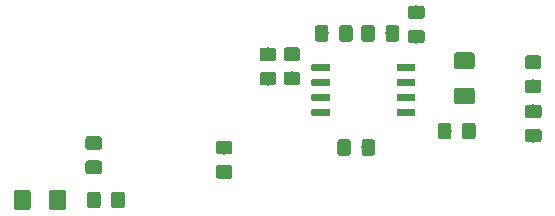
<source format=gbr>
G04 #@! TF.GenerationSoftware,KiCad,Pcbnew,(5.1.4)-1*
G04 #@! TF.CreationDate,2020-04-09T16:08:48+02:00*
G04 #@! TF.ProjectId,PIN_NiklasNachbau,50494e5f-4e69-46b6-9c61-734e61636862,rev?*
G04 #@! TF.SameCoordinates,Original*
G04 #@! TF.FileFunction,Paste,Top*
G04 #@! TF.FilePolarity,Positive*
%FSLAX46Y46*%
G04 Gerber Fmt 4.6, Leading zero omitted, Abs format (unit mm)*
G04 Created by KiCad (PCBNEW (5.1.4)-1) date 2020-04-09 16:08:48*
%MOMM*%
%LPD*%
G04 APERTURE LIST*
%ADD10C,0.100000*%
%ADD11C,0.600000*%
%ADD12C,1.150000*%
%ADD13C,1.425000*%
G04 APERTURE END LIST*
D10*
G36*
X138195704Y-67923723D02*
G01*
X138210265Y-67925883D01*
X138224544Y-67929460D01*
X138238404Y-67934419D01*
X138251711Y-67940713D01*
X138264337Y-67948281D01*
X138276160Y-67957049D01*
X138287067Y-67966935D01*
X138296953Y-67977842D01*
X138305721Y-67989665D01*
X138313289Y-68002291D01*
X138319583Y-68015598D01*
X138324542Y-68029458D01*
X138328119Y-68043737D01*
X138330279Y-68058298D01*
X138331001Y-68073001D01*
X138331001Y-68373001D01*
X138330279Y-68387704D01*
X138328119Y-68402265D01*
X138324542Y-68416544D01*
X138319583Y-68430404D01*
X138313289Y-68443711D01*
X138305721Y-68456337D01*
X138296953Y-68468160D01*
X138287067Y-68479067D01*
X138276160Y-68488953D01*
X138264337Y-68497721D01*
X138251711Y-68505289D01*
X138238404Y-68511583D01*
X138224544Y-68516542D01*
X138210265Y-68520119D01*
X138195704Y-68522279D01*
X138181001Y-68523001D01*
X136881001Y-68523001D01*
X136866298Y-68522279D01*
X136851737Y-68520119D01*
X136837458Y-68516542D01*
X136823598Y-68511583D01*
X136810291Y-68505289D01*
X136797665Y-68497721D01*
X136785842Y-68488953D01*
X136774935Y-68479067D01*
X136765049Y-68468160D01*
X136756281Y-68456337D01*
X136748713Y-68443711D01*
X136742419Y-68430404D01*
X136737460Y-68416544D01*
X136733883Y-68402265D01*
X136731723Y-68387704D01*
X136731001Y-68373001D01*
X136731001Y-68073001D01*
X136731723Y-68058298D01*
X136733883Y-68043737D01*
X136737460Y-68029458D01*
X136742419Y-68015598D01*
X136748713Y-68002291D01*
X136756281Y-67989665D01*
X136765049Y-67977842D01*
X136774935Y-67966935D01*
X136785842Y-67957049D01*
X136797665Y-67948281D01*
X136810291Y-67940713D01*
X136823598Y-67934419D01*
X136837458Y-67929460D01*
X136851737Y-67925883D01*
X136866298Y-67923723D01*
X136881001Y-67923001D01*
X138181001Y-67923001D01*
X138195704Y-67923723D01*
X138195704Y-67923723D01*
G37*
D11*
X137531001Y-68223001D03*
D10*
G36*
X138195704Y-69193723D02*
G01*
X138210265Y-69195883D01*
X138224544Y-69199460D01*
X138238404Y-69204419D01*
X138251711Y-69210713D01*
X138264337Y-69218281D01*
X138276160Y-69227049D01*
X138287067Y-69236935D01*
X138296953Y-69247842D01*
X138305721Y-69259665D01*
X138313289Y-69272291D01*
X138319583Y-69285598D01*
X138324542Y-69299458D01*
X138328119Y-69313737D01*
X138330279Y-69328298D01*
X138331001Y-69343001D01*
X138331001Y-69643001D01*
X138330279Y-69657704D01*
X138328119Y-69672265D01*
X138324542Y-69686544D01*
X138319583Y-69700404D01*
X138313289Y-69713711D01*
X138305721Y-69726337D01*
X138296953Y-69738160D01*
X138287067Y-69749067D01*
X138276160Y-69758953D01*
X138264337Y-69767721D01*
X138251711Y-69775289D01*
X138238404Y-69781583D01*
X138224544Y-69786542D01*
X138210265Y-69790119D01*
X138195704Y-69792279D01*
X138181001Y-69793001D01*
X136881001Y-69793001D01*
X136866298Y-69792279D01*
X136851737Y-69790119D01*
X136837458Y-69786542D01*
X136823598Y-69781583D01*
X136810291Y-69775289D01*
X136797665Y-69767721D01*
X136785842Y-69758953D01*
X136774935Y-69749067D01*
X136765049Y-69738160D01*
X136756281Y-69726337D01*
X136748713Y-69713711D01*
X136742419Y-69700404D01*
X136737460Y-69686544D01*
X136733883Y-69672265D01*
X136731723Y-69657704D01*
X136731001Y-69643001D01*
X136731001Y-69343001D01*
X136731723Y-69328298D01*
X136733883Y-69313737D01*
X136737460Y-69299458D01*
X136742419Y-69285598D01*
X136748713Y-69272291D01*
X136756281Y-69259665D01*
X136765049Y-69247842D01*
X136774935Y-69236935D01*
X136785842Y-69227049D01*
X136797665Y-69218281D01*
X136810291Y-69210713D01*
X136823598Y-69204419D01*
X136837458Y-69199460D01*
X136851737Y-69195883D01*
X136866298Y-69193723D01*
X136881001Y-69193001D01*
X138181001Y-69193001D01*
X138195704Y-69193723D01*
X138195704Y-69193723D01*
G37*
D11*
X137531001Y-69493001D03*
D10*
G36*
X138195704Y-70463723D02*
G01*
X138210265Y-70465883D01*
X138224544Y-70469460D01*
X138238404Y-70474419D01*
X138251711Y-70480713D01*
X138264337Y-70488281D01*
X138276160Y-70497049D01*
X138287067Y-70506935D01*
X138296953Y-70517842D01*
X138305721Y-70529665D01*
X138313289Y-70542291D01*
X138319583Y-70555598D01*
X138324542Y-70569458D01*
X138328119Y-70583737D01*
X138330279Y-70598298D01*
X138331001Y-70613001D01*
X138331001Y-70913001D01*
X138330279Y-70927704D01*
X138328119Y-70942265D01*
X138324542Y-70956544D01*
X138319583Y-70970404D01*
X138313289Y-70983711D01*
X138305721Y-70996337D01*
X138296953Y-71008160D01*
X138287067Y-71019067D01*
X138276160Y-71028953D01*
X138264337Y-71037721D01*
X138251711Y-71045289D01*
X138238404Y-71051583D01*
X138224544Y-71056542D01*
X138210265Y-71060119D01*
X138195704Y-71062279D01*
X138181001Y-71063001D01*
X136881001Y-71063001D01*
X136866298Y-71062279D01*
X136851737Y-71060119D01*
X136837458Y-71056542D01*
X136823598Y-71051583D01*
X136810291Y-71045289D01*
X136797665Y-71037721D01*
X136785842Y-71028953D01*
X136774935Y-71019067D01*
X136765049Y-71008160D01*
X136756281Y-70996337D01*
X136748713Y-70983711D01*
X136742419Y-70970404D01*
X136737460Y-70956544D01*
X136733883Y-70942265D01*
X136731723Y-70927704D01*
X136731001Y-70913001D01*
X136731001Y-70613001D01*
X136731723Y-70598298D01*
X136733883Y-70583737D01*
X136737460Y-70569458D01*
X136742419Y-70555598D01*
X136748713Y-70542291D01*
X136756281Y-70529665D01*
X136765049Y-70517842D01*
X136774935Y-70506935D01*
X136785842Y-70497049D01*
X136797665Y-70488281D01*
X136810291Y-70480713D01*
X136823598Y-70474419D01*
X136837458Y-70469460D01*
X136851737Y-70465883D01*
X136866298Y-70463723D01*
X136881001Y-70463001D01*
X138181001Y-70463001D01*
X138195704Y-70463723D01*
X138195704Y-70463723D01*
G37*
D11*
X137531001Y-70763001D03*
D10*
G36*
X138195704Y-71733723D02*
G01*
X138210265Y-71735883D01*
X138224544Y-71739460D01*
X138238404Y-71744419D01*
X138251711Y-71750713D01*
X138264337Y-71758281D01*
X138276160Y-71767049D01*
X138287067Y-71776935D01*
X138296953Y-71787842D01*
X138305721Y-71799665D01*
X138313289Y-71812291D01*
X138319583Y-71825598D01*
X138324542Y-71839458D01*
X138328119Y-71853737D01*
X138330279Y-71868298D01*
X138331001Y-71883001D01*
X138331001Y-72183001D01*
X138330279Y-72197704D01*
X138328119Y-72212265D01*
X138324542Y-72226544D01*
X138319583Y-72240404D01*
X138313289Y-72253711D01*
X138305721Y-72266337D01*
X138296953Y-72278160D01*
X138287067Y-72289067D01*
X138276160Y-72298953D01*
X138264337Y-72307721D01*
X138251711Y-72315289D01*
X138238404Y-72321583D01*
X138224544Y-72326542D01*
X138210265Y-72330119D01*
X138195704Y-72332279D01*
X138181001Y-72333001D01*
X136881001Y-72333001D01*
X136866298Y-72332279D01*
X136851737Y-72330119D01*
X136837458Y-72326542D01*
X136823598Y-72321583D01*
X136810291Y-72315289D01*
X136797665Y-72307721D01*
X136785842Y-72298953D01*
X136774935Y-72289067D01*
X136765049Y-72278160D01*
X136756281Y-72266337D01*
X136748713Y-72253711D01*
X136742419Y-72240404D01*
X136737460Y-72226544D01*
X136733883Y-72212265D01*
X136731723Y-72197704D01*
X136731001Y-72183001D01*
X136731001Y-71883001D01*
X136731723Y-71868298D01*
X136733883Y-71853737D01*
X136737460Y-71839458D01*
X136742419Y-71825598D01*
X136748713Y-71812291D01*
X136756281Y-71799665D01*
X136765049Y-71787842D01*
X136774935Y-71776935D01*
X136785842Y-71767049D01*
X136797665Y-71758281D01*
X136810291Y-71750713D01*
X136823598Y-71744419D01*
X136837458Y-71739460D01*
X136851737Y-71735883D01*
X136866298Y-71733723D01*
X136881001Y-71733001D01*
X138181001Y-71733001D01*
X138195704Y-71733723D01*
X138195704Y-71733723D01*
G37*
D11*
X137531001Y-72033001D03*
D10*
G36*
X130995704Y-71733723D02*
G01*
X131010265Y-71735883D01*
X131024544Y-71739460D01*
X131038404Y-71744419D01*
X131051711Y-71750713D01*
X131064337Y-71758281D01*
X131076160Y-71767049D01*
X131087067Y-71776935D01*
X131096953Y-71787842D01*
X131105721Y-71799665D01*
X131113289Y-71812291D01*
X131119583Y-71825598D01*
X131124542Y-71839458D01*
X131128119Y-71853737D01*
X131130279Y-71868298D01*
X131131001Y-71883001D01*
X131131001Y-72183001D01*
X131130279Y-72197704D01*
X131128119Y-72212265D01*
X131124542Y-72226544D01*
X131119583Y-72240404D01*
X131113289Y-72253711D01*
X131105721Y-72266337D01*
X131096953Y-72278160D01*
X131087067Y-72289067D01*
X131076160Y-72298953D01*
X131064337Y-72307721D01*
X131051711Y-72315289D01*
X131038404Y-72321583D01*
X131024544Y-72326542D01*
X131010265Y-72330119D01*
X130995704Y-72332279D01*
X130981001Y-72333001D01*
X129681001Y-72333001D01*
X129666298Y-72332279D01*
X129651737Y-72330119D01*
X129637458Y-72326542D01*
X129623598Y-72321583D01*
X129610291Y-72315289D01*
X129597665Y-72307721D01*
X129585842Y-72298953D01*
X129574935Y-72289067D01*
X129565049Y-72278160D01*
X129556281Y-72266337D01*
X129548713Y-72253711D01*
X129542419Y-72240404D01*
X129537460Y-72226544D01*
X129533883Y-72212265D01*
X129531723Y-72197704D01*
X129531001Y-72183001D01*
X129531001Y-71883001D01*
X129531723Y-71868298D01*
X129533883Y-71853737D01*
X129537460Y-71839458D01*
X129542419Y-71825598D01*
X129548713Y-71812291D01*
X129556281Y-71799665D01*
X129565049Y-71787842D01*
X129574935Y-71776935D01*
X129585842Y-71767049D01*
X129597665Y-71758281D01*
X129610291Y-71750713D01*
X129623598Y-71744419D01*
X129637458Y-71739460D01*
X129651737Y-71735883D01*
X129666298Y-71733723D01*
X129681001Y-71733001D01*
X130981001Y-71733001D01*
X130995704Y-71733723D01*
X130995704Y-71733723D01*
G37*
D11*
X130331001Y-72033001D03*
D10*
G36*
X130995704Y-70463723D02*
G01*
X131010265Y-70465883D01*
X131024544Y-70469460D01*
X131038404Y-70474419D01*
X131051711Y-70480713D01*
X131064337Y-70488281D01*
X131076160Y-70497049D01*
X131087067Y-70506935D01*
X131096953Y-70517842D01*
X131105721Y-70529665D01*
X131113289Y-70542291D01*
X131119583Y-70555598D01*
X131124542Y-70569458D01*
X131128119Y-70583737D01*
X131130279Y-70598298D01*
X131131001Y-70613001D01*
X131131001Y-70913001D01*
X131130279Y-70927704D01*
X131128119Y-70942265D01*
X131124542Y-70956544D01*
X131119583Y-70970404D01*
X131113289Y-70983711D01*
X131105721Y-70996337D01*
X131096953Y-71008160D01*
X131087067Y-71019067D01*
X131076160Y-71028953D01*
X131064337Y-71037721D01*
X131051711Y-71045289D01*
X131038404Y-71051583D01*
X131024544Y-71056542D01*
X131010265Y-71060119D01*
X130995704Y-71062279D01*
X130981001Y-71063001D01*
X129681001Y-71063001D01*
X129666298Y-71062279D01*
X129651737Y-71060119D01*
X129637458Y-71056542D01*
X129623598Y-71051583D01*
X129610291Y-71045289D01*
X129597665Y-71037721D01*
X129585842Y-71028953D01*
X129574935Y-71019067D01*
X129565049Y-71008160D01*
X129556281Y-70996337D01*
X129548713Y-70983711D01*
X129542419Y-70970404D01*
X129537460Y-70956544D01*
X129533883Y-70942265D01*
X129531723Y-70927704D01*
X129531001Y-70913001D01*
X129531001Y-70613001D01*
X129531723Y-70598298D01*
X129533883Y-70583737D01*
X129537460Y-70569458D01*
X129542419Y-70555598D01*
X129548713Y-70542291D01*
X129556281Y-70529665D01*
X129565049Y-70517842D01*
X129574935Y-70506935D01*
X129585842Y-70497049D01*
X129597665Y-70488281D01*
X129610291Y-70480713D01*
X129623598Y-70474419D01*
X129637458Y-70469460D01*
X129651737Y-70465883D01*
X129666298Y-70463723D01*
X129681001Y-70463001D01*
X130981001Y-70463001D01*
X130995704Y-70463723D01*
X130995704Y-70463723D01*
G37*
D11*
X130331001Y-70763001D03*
D10*
G36*
X130995704Y-69193723D02*
G01*
X131010265Y-69195883D01*
X131024544Y-69199460D01*
X131038404Y-69204419D01*
X131051711Y-69210713D01*
X131064337Y-69218281D01*
X131076160Y-69227049D01*
X131087067Y-69236935D01*
X131096953Y-69247842D01*
X131105721Y-69259665D01*
X131113289Y-69272291D01*
X131119583Y-69285598D01*
X131124542Y-69299458D01*
X131128119Y-69313737D01*
X131130279Y-69328298D01*
X131131001Y-69343001D01*
X131131001Y-69643001D01*
X131130279Y-69657704D01*
X131128119Y-69672265D01*
X131124542Y-69686544D01*
X131119583Y-69700404D01*
X131113289Y-69713711D01*
X131105721Y-69726337D01*
X131096953Y-69738160D01*
X131087067Y-69749067D01*
X131076160Y-69758953D01*
X131064337Y-69767721D01*
X131051711Y-69775289D01*
X131038404Y-69781583D01*
X131024544Y-69786542D01*
X131010265Y-69790119D01*
X130995704Y-69792279D01*
X130981001Y-69793001D01*
X129681001Y-69793001D01*
X129666298Y-69792279D01*
X129651737Y-69790119D01*
X129637458Y-69786542D01*
X129623598Y-69781583D01*
X129610291Y-69775289D01*
X129597665Y-69767721D01*
X129585842Y-69758953D01*
X129574935Y-69749067D01*
X129565049Y-69738160D01*
X129556281Y-69726337D01*
X129548713Y-69713711D01*
X129542419Y-69700404D01*
X129537460Y-69686544D01*
X129533883Y-69672265D01*
X129531723Y-69657704D01*
X129531001Y-69643001D01*
X129531001Y-69343001D01*
X129531723Y-69328298D01*
X129533883Y-69313737D01*
X129537460Y-69299458D01*
X129542419Y-69285598D01*
X129548713Y-69272291D01*
X129556281Y-69259665D01*
X129565049Y-69247842D01*
X129574935Y-69236935D01*
X129585842Y-69227049D01*
X129597665Y-69218281D01*
X129610291Y-69210713D01*
X129623598Y-69204419D01*
X129637458Y-69199460D01*
X129651737Y-69195883D01*
X129666298Y-69193723D01*
X129681001Y-69193001D01*
X130981001Y-69193001D01*
X130995704Y-69193723D01*
X130995704Y-69193723D01*
G37*
D11*
X130331001Y-69493001D03*
D10*
G36*
X130995704Y-67923723D02*
G01*
X131010265Y-67925883D01*
X131024544Y-67929460D01*
X131038404Y-67934419D01*
X131051711Y-67940713D01*
X131064337Y-67948281D01*
X131076160Y-67957049D01*
X131087067Y-67966935D01*
X131096953Y-67977842D01*
X131105721Y-67989665D01*
X131113289Y-68002291D01*
X131119583Y-68015598D01*
X131124542Y-68029458D01*
X131128119Y-68043737D01*
X131130279Y-68058298D01*
X131131001Y-68073001D01*
X131131001Y-68373001D01*
X131130279Y-68387704D01*
X131128119Y-68402265D01*
X131124542Y-68416544D01*
X131119583Y-68430404D01*
X131113289Y-68443711D01*
X131105721Y-68456337D01*
X131096953Y-68468160D01*
X131087067Y-68479067D01*
X131076160Y-68488953D01*
X131064337Y-68497721D01*
X131051711Y-68505289D01*
X131038404Y-68511583D01*
X131024544Y-68516542D01*
X131010265Y-68520119D01*
X130995704Y-68522279D01*
X130981001Y-68523001D01*
X129681001Y-68523001D01*
X129666298Y-68522279D01*
X129651737Y-68520119D01*
X129637458Y-68516542D01*
X129623598Y-68511583D01*
X129610291Y-68505289D01*
X129597665Y-68497721D01*
X129585842Y-68488953D01*
X129574935Y-68479067D01*
X129565049Y-68468160D01*
X129556281Y-68456337D01*
X129548713Y-68443711D01*
X129542419Y-68430404D01*
X129537460Y-68416544D01*
X129533883Y-68402265D01*
X129531723Y-68387704D01*
X129531001Y-68373001D01*
X129531001Y-68073001D01*
X129531723Y-68058298D01*
X129533883Y-68043737D01*
X129537460Y-68029458D01*
X129542419Y-68015598D01*
X129548713Y-68002291D01*
X129556281Y-67989665D01*
X129565049Y-67977842D01*
X129574935Y-67966935D01*
X129585842Y-67957049D01*
X129597665Y-67948281D01*
X129610291Y-67940713D01*
X129623598Y-67934419D01*
X129637458Y-67929460D01*
X129651737Y-67925883D01*
X129666298Y-67923723D01*
X129681001Y-67923001D01*
X130981001Y-67923001D01*
X130995704Y-67923723D01*
X130995704Y-67923723D01*
G37*
D11*
X130331001Y-68223001D03*
D10*
G36*
X148787505Y-73424204D02*
G01*
X148811773Y-73427804D01*
X148835572Y-73433765D01*
X148858671Y-73442030D01*
X148880850Y-73452520D01*
X148901893Y-73465132D01*
X148921599Y-73479747D01*
X148939777Y-73496223D01*
X148956253Y-73514401D01*
X148970868Y-73534107D01*
X148983480Y-73555150D01*
X148993970Y-73577329D01*
X149002235Y-73600428D01*
X149008196Y-73624227D01*
X149011796Y-73648495D01*
X149013000Y-73672999D01*
X149013000Y-74323001D01*
X149011796Y-74347505D01*
X149008196Y-74371773D01*
X149002235Y-74395572D01*
X148993970Y-74418671D01*
X148983480Y-74440850D01*
X148970868Y-74461893D01*
X148956253Y-74481599D01*
X148939777Y-74499777D01*
X148921599Y-74516253D01*
X148901893Y-74530868D01*
X148880850Y-74543480D01*
X148858671Y-74553970D01*
X148835572Y-74562235D01*
X148811773Y-74568196D01*
X148787505Y-74571796D01*
X148763001Y-74573000D01*
X147862999Y-74573000D01*
X147838495Y-74571796D01*
X147814227Y-74568196D01*
X147790428Y-74562235D01*
X147767329Y-74553970D01*
X147745150Y-74543480D01*
X147724107Y-74530868D01*
X147704401Y-74516253D01*
X147686223Y-74499777D01*
X147669747Y-74481599D01*
X147655132Y-74461893D01*
X147642520Y-74440850D01*
X147632030Y-74418671D01*
X147623765Y-74395572D01*
X147617804Y-74371773D01*
X147614204Y-74347505D01*
X147613000Y-74323001D01*
X147613000Y-73672999D01*
X147614204Y-73648495D01*
X147617804Y-73624227D01*
X147623765Y-73600428D01*
X147632030Y-73577329D01*
X147642520Y-73555150D01*
X147655132Y-73534107D01*
X147669747Y-73514401D01*
X147686223Y-73496223D01*
X147704401Y-73479747D01*
X147724107Y-73465132D01*
X147745150Y-73452520D01*
X147767329Y-73442030D01*
X147790428Y-73433765D01*
X147814227Y-73427804D01*
X147838495Y-73424204D01*
X147862999Y-73423000D01*
X148763001Y-73423000D01*
X148787505Y-73424204D01*
X148787505Y-73424204D01*
G37*
D12*
X148313000Y-73998000D03*
D10*
G36*
X148787505Y-71374204D02*
G01*
X148811773Y-71377804D01*
X148835572Y-71383765D01*
X148858671Y-71392030D01*
X148880850Y-71402520D01*
X148901893Y-71415132D01*
X148921599Y-71429747D01*
X148939777Y-71446223D01*
X148956253Y-71464401D01*
X148970868Y-71484107D01*
X148983480Y-71505150D01*
X148993970Y-71527329D01*
X149002235Y-71550428D01*
X149008196Y-71574227D01*
X149011796Y-71598495D01*
X149013000Y-71622999D01*
X149013000Y-72273001D01*
X149011796Y-72297505D01*
X149008196Y-72321773D01*
X149002235Y-72345572D01*
X148993970Y-72368671D01*
X148983480Y-72390850D01*
X148970868Y-72411893D01*
X148956253Y-72431599D01*
X148939777Y-72449777D01*
X148921599Y-72466253D01*
X148901893Y-72480868D01*
X148880850Y-72493480D01*
X148858671Y-72503970D01*
X148835572Y-72512235D01*
X148811773Y-72518196D01*
X148787505Y-72521796D01*
X148763001Y-72523000D01*
X147862999Y-72523000D01*
X147838495Y-72521796D01*
X147814227Y-72518196D01*
X147790428Y-72512235D01*
X147767329Y-72503970D01*
X147745150Y-72493480D01*
X147724107Y-72480868D01*
X147704401Y-72466253D01*
X147686223Y-72449777D01*
X147669747Y-72431599D01*
X147655132Y-72411893D01*
X147642520Y-72390850D01*
X147632030Y-72368671D01*
X147623765Y-72345572D01*
X147617804Y-72321773D01*
X147614204Y-72297505D01*
X147613000Y-72273001D01*
X147613000Y-71622999D01*
X147614204Y-71598495D01*
X147617804Y-71574227D01*
X147623765Y-71550428D01*
X147632030Y-71527329D01*
X147642520Y-71505150D01*
X147655132Y-71484107D01*
X147669747Y-71464401D01*
X147686223Y-71446223D01*
X147704401Y-71429747D01*
X147724107Y-71415132D01*
X147745150Y-71402520D01*
X147767329Y-71392030D01*
X147790428Y-71383765D01*
X147814227Y-71377804D01*
X147838495Y-71374204D01*
X147862999Y-71373000D01*
X148763001Y-71373000D01*
X148787505Y-71374204D01*
X148787505Y-71374204D01*
G37*
D12*
X148313000Y-71948000D03*
D10*
G36*
X148777505Y-69252204D02*
G01*
X148801773Y-69255804D01*
X148825572Y-69261765D01*
X148848671Y-69270030D01*
X148870850Y-69280520D01*
X148891893Y-69293132D01*
X148911599Y-69307747D01*
X148929777Y-69324223D01*
X148946253Y-69342401D01*
X148960868Y-69362107D01*
X148973480Y-69383150D01*
X148983970Y-69405329D01*
X148992235Y-69428428D01*
X148998196Y-69452227D01*
X149001796Y-69476495D01*
X149003000Y-69500999D01*
X149003000Y-70151001D01*
X149001796Y-70175505D01*
X148998196Y-70199773D01*
X148992235Y-70223572D01*
X148983970Y-70246671D01*
X148973480Y-70268850D01*
X148960868Y-70289893D01*
X148946253Y-70309599D01*
X148929777Y-70327777D01*
X148911599Y-70344253D01*
X148891893Y-70358868D01*
X148870850Y-70371480D01*
X148848671Y-70381970D01*
X148825572Y-70390235D01*
X148801773Y-70396196D01*
X148777505Y-70399796D01*
X148753001Y-70401000D01*
X147852999Y-70401000D01*
X147828495Y-70399796D01*
X147804227Y-70396196D01*
X147780428Y-70390235D01*
X147757329Y-70381970D01*
X147735150Y-70371480D01*
X147714107Y-70358868D01*
X147694401Y-70344253D01*
X147676223Y-70327777D01*
X147659747Y-70309599D01*
X147645132Y-70289893D01*
X147632520Y-70268850D01*
X147622030Y-70246671D01*
X147613765Y-70223572D01*
X147607804Y-70199773D01*
X147604204Y-70175505D01*
X147603000Y-70151001D01*
X147603000Y-69500999D01*
X147604204Y-69476495D01*
X147607804Y-69452227D01*
X147613765Y-69428428D01*
X147622030Y-69405329D01*
X147632520Y-69383150D01*
X147645132Y-69362107D01*
X147659747Y-69342401D01*
X147676223Y-69324223D01*
X147694401Y-69307747D01*
X147714107Y-69293132D01*
X147735150Y-69280520D01*
X147757329Y-69270030D01*
X147780428Y-69261765D01*
X147804227Y-69255804D01*
X147828495Y-69252204D01*
X147852999Y-69251000D01*
X148753001Y-69251000D01*
X148777505Y-69252204D01*
X148777505Y-69252204D01*
G37*
D12*
X148303000Y-69826000D03*
D10*
G36*
X148777505Y-67202204D02*
G01*
X148801773Y-67205804D01*
X148825572Y-67211765D01*
X148848671Y-67220030D01*
X148870850Y-67230520D01*
X148891893Y-67243132D01*
X148911599Y-67257747D01*
X148929777Y-67274223D01*
X148946253Y-67292401D01*
X148960868Y-67312107D01*
X148973480Y-67333150D01*
X148983970Y-67355329D01*
X148992235Y-67378428D01*
X148998196Y-67402227D01*
X149001796Y-67426495D01*
X149003000Y-67450999D01*
X149003000Y-68101001D01*
X149001796Y-68125505D01*
X148998196Y-68149773D01*
X148992235Y-68173572D01*
X148983970Y-68196671D01*
X148973480Y-68218850D01*
X148960868Y-68239893D01*
X148946253Y-68259599D01*
X148929777Y-68277777D01*
X148911599Y-68294253D01*
X148891893Y-68308868D01*
X148870850Y-68321480D01*
X148848671Y-68331970D01*
X148825572Y-68340235D01*
X148801773Y-68346196D01*
X148777505Y-68349796D01*
X148753001Y-68351000D01*
X147852999Y-68351000D01*
X147828495Y-68349796D01*
X147804227Y-68346196D01*
X147780428Y-68340235D01*
X147757329Y-68331970D01*
X147735150Y-68321480D01*
X147714107Y-68308868D01*
X147694401Y-68294253D01*
X147676223Y-68277777D01*
X147659747Y-68259599D01*
X147645132Y-68239893D01*
X147632520Y-68218850D01*
X147622030Y-68196671D01*
X147613765Y-68173572D01*
X147607804Y-68149773D01*
X147604204Y-68125505D01*
X147603000Y-68101001D01*
X147603000Y-67450999D01*
X147604204Y-67426495D01*
X147607804Y-67402227D01*
X147613765Y-67378428D01*
X147622030Y-67355329D01*
X147632520Y-67333150D01*
X147645132Y-67312107D01*
X147659747Y-67292401D01*
X147676223Y-67274223D01*
X147694401Y-67257747D01*
X147714107Y-67243132D01*
X147735150Y-67230520D01*
X147757329Y-67220030D01*
X147780428Y-67211765D01*
X147804227Y-67205804D01*
X147828495Y-67202204D01*
X147852999Y-67201000D01*
X148753001Y-67201000D01*
X148777505Y-67202204D01*
X148777505Y-67202204D01*
G37*
D12*
X148303000Y-67776000D03*
D10*
G36*
X143120504Y-66955204D02*
G01*
X143144773Y-66958804D01*
X143168571Y-66964765D01*
X143191671Y-66973030D01*
X143213849Y-66983520D01*
X143234893Y-66996133D01*
X143254598Y-67010747D01*
X143272777Y-67027223D01*
X143289253Y-67045402D01*
X143303867Y-67065107D01*
X143316480Y-67086151D01*
X143326970Y-67108329D01*
X143335235Y-67131429D01*
X143341196Y-67155227D01*
X143344796Y-67179496D01*
X143346000Y-67204000D01*
X143346000Y-68129000D01*
X143344796Y-68153504D01*
X143341196Y-68177773D01*
X143335235Y-68201571D01*
X143326970Y-68224671D01*
X143316480Y-68246849D01*
X143303867Y-68267893D01*
X143289253Y-68287598D01*
X143272777Y-68305777D01*
X143254598Y-68322253D01*
X143234893Y-68336867D01*
X143213849Y-68349480D01*
X143191671Y-68359970D01*
X143168571Y-68368235D01*
X143144773Y-68374196D01*
X143120504Y-68377796D01*
X143096000Y-68379000D01*
X141846000Y-68379000D01*
X141821496Y-68377796D01*
X141797227Y-68374196D01*
X141773429Y-68368235D01*
X141750329Y-68359970D01*
X141728151Y-68349480D01*
X141707107Y-68336867D01*
X141687402Y-68322253D01*
X141669223Y-68305777D01*
X141652747Y-68287598D01*
X141638133Y-68267893D01*
X141625520Y-68246849D01*
X141615030Y-68224671D01*
X141606765Y-68201571D01*
X141600804Y-68177773D01*
X141597204Y-68153504D01*
X141596000Y-68129000D01*
X141596000Y-67204000D01*
X141597204Y-67179496D01*
X141600804Y-67155227D01*
X141606765Y-67131429D01*
X141615030Y-67108329D01*
X141625520Y-67086151D01*
X141638133Y-67065107D01*
X141652747Y-67045402D01*
X141669223Y-67027223D01*
X141687402Y-67010747D01*
X141707107Y-66996133D01*
X141728151Y-66983520D01*
X141750329Y-66973030D01*
X141773429Y-66964765D01*
X141797227Y-66958804D01*
X141821496Y-66955204D01*
X141846000Y-66954000D01*
X143096000Y-66954000D01*
X143120504Y-66955204D01*
X143120504Y-66955204D01*
G37*
D13*
X142471000Y-67666500D03*
D10*
G36*
X143120504Y-69930204D02*
G01*
X143144773Y-69933804D01*
X143168571Y-69939765D01*
X143191671Y-69948030D01*
X143213849Y-69958520D01*
X143234893Y-69971133D01*
X143254598Y-69985747D01*
X143272777Y-70002223D01*
X143289253Y-70020402D01*
X143303867Y-70040107D01*
X143316480Y-70061151D01*
X143326970Y-70083329D01*
X143335235Y-70106429D01*
X143341196Y-70130227D01*
X143344796Y-70154496D01*
X143346000Y-70179000D01*
X143346000Y-71104000D01*
X143344796Y-71128504D01*
X143341196Y-71152773D01*
X143335235Y-71176571D01*
X143326970Y-71199671D01*
X143316480Y-71221849D01*
X143303867Y-71242893D01*
X143289253Y-71262598D01*
X143272777Y-71280777D01*
X143254598Y-71297253D01*
X143234893Y-71311867D01*
X143213849Y-71324480D01*
X143191671Y-71334970D01*
X143168571Y-71343235D01*
X143144773Y-71349196D01*
X143120504Y-71352796D01*
X143096000Y-71354000D01*
X141846000Y-71354000D01*
X141821496Y-71352796D01*
X141797227Y-71349196D01*
X141773429Y-71343235D01*
X141750329Y-71334970D01*
X141728151Y-71324480D01*
X141707107Y-71311867D01*
X141687402Y-71297253D01*
X141669223Y-71280777D01*
X141652747Y-71262598D01*
X141638133Y-71242893D01*
X141625520Y-71221849D01*
X141615030Y-71199671D01*
X141606765Y-71176571D01*
X141600804Y-71152773D01*
X141597204Y-71128504D01*
X141596000Y-71104000D01*
X141596000Y-70179000D01*
X141597204Y-70154496D01*
X141600804Y-70130227D01*
X141606765Y-70106429D01*
X141615030Y-70083329D01*
X141625520Y-70061151D01*
X141638133Y-70040107D01*
X141652747Y-70020402D01*
X141669223Y-70002223D01*
X141687402Y-69985747D01*
X141707107Y-69971133D01*
X141728151Y-69958520D01*
X141750329Y-69948030D01*
X141773429Y-69939765D01*
X141797227Y-69933804D01*
X141821496Y-69930204D01*
X141846000Y-69929000D01*
X143096000Y-69929000D01*
X143120504Y-69930204D01*
X143120504Y-69930204D01*
G37*
D13*
X142471000Y-70641500D03*
D10*
G36*
X143210505Y-72900204D02*
G01*
X143234773Y-72903804D01*
X143258572Y-72909765D01*
X143281671Y-72918030D01*
X143303850Y-72928520D01*
X143324893Y-72941132D01*
X143344599Y-72955747D01*
X143362777Y-72972223D01*
X143379253Y-72990401D01*
X143393868Y-73010107D01*
X143406480Y-73031150D01*
X143416970Y-73053329D01*
X143425235Y-73076428D01*
X143431196Y-73100227D01*
X143434796Y-73124495D01*
X143436000Y-73148999D01*
X143436000Y-74049001D01*
X143434796Y-74073505D01*
X143431196Y-74097773D01*
X143425235Y-74121572D01*
X143416970Y-74144671D01*
X143406480Y-74166850D01*
X143393868Y-74187893D01*
X143379253Y-74207599D01*
X143362777Y-74225777D01*
X143344599Y-74242253D01*
X143324893Y-74256868D01*
X143303850Y-74269480D01*
X143281671Y-74279970D01*
X143258572Y-74288235D01*
X143234773Y-74294196D01*
X143210505Y-74297796D01*
X143186001Y-74299000D01*
X142535999Y-74299000D01*
X142511495Y-74297796D01*
X142487227Y-74294196D01*
X142463428Y-74288235D01*
X142440329Y-74279970D01*
X142418150Y-74269480D01*
X142397107Y-74256868D01*
X142377401Y-74242253D01*
X142359223Y-74225777D01*
X142342747Y-74207599D01*
X142328132Y-74187893D01*
X142315520Y-74166850D01*
X142305030Y-74144671D01*
X142296765Y-74121572D01*
X142290804Y-74097773D01*
X142287204Y-74073505D01*
X142286000Y-74049001D01*
X142286000Y-73148999D01*
X142287204Y-73124495D01*
X142290804Y-73100227D01*
X142296765Y-73076428D01*
X142305030Y-73053329D01*
X142315520Y-73031150D01*
X142328132Y-73010107D01*
X142342747Y-72990401D01*
X142359223Y-72972223D01*
X142377401Y-72955747D01*
X142397107Y-72941132D01*
X142418150Y-72928520D01*
X142440329Y-72918030D01*
X142463428Y-72909765D01*
X142487227Y-72903804D01*
X142511495Y-72900204D01*
X142535999Y-72899000D01*
X143186001Y-72899000D01*
X143210505Y-72900204D01*
X143210505Y-72900204D01*
G37*
D12*
X142861000Y-73599000D03*
D10*
G36*
X141160505Y-72900204D02*
G01*
X141184773Y-72903804D01*
X141208572Y-72909765D01*
X141231671Y-72918030D01*
X141253850Y-72928520D01*
X141274893Y-72941132D01*
X141294599Y-72955747D01*
X141312777Y-72972223D01*
X141329253Y-72990401D01*
X141343868Y-73010107D01*
X141356480Y-73031150D01*
X141366970Y-73053329D01*
X141375235Y-73076428D01*
X141381196Y-73100227D01*
X141384796Y-73124495D01*
X141386000Y-73148999D01*
X141386000Y-74049001D01*
X141384796Y-74073505D01*
X141381196Y-74097773D01*
X141375235Y-74121572D01*
X141366970Y-74144671D01*
X141356480Y-74166850D01*
X141343868Y-74187893D01*
X141329253Y-74207599D01*
X141312777Y-74225777D01*
X141294599Y-74242253D01*
X141274893Y-74256868D01*
X141253850Y-74269480D01*
X141231671Y-74279970D01*
X141208572Y-74288235D01*
X141184773Y-74294196D01*
X141160505Y-74297796D01*
X141136001Y-74299000D01*
X140485999Y-74299000D01*
X140461495Y-74297796D01*
X140437227Y-74294196D01*
X140413428Y-74288235D01*
X140390329Y-74279970D01*
X140368150Y-74269480D01*
X140347107Y-74256868D01*
X140327401Y-74242253D01*
X140309223Y-74225777D01*
X140292747Y-74207599D01*
X140278132Y-74187893D01*
X140265520Y-74166850D01*
X140255030Y-74144671D01*
X140246765Y-74121572D01*
X140240804Y-74097773D01*
X140237204Y-74073505D01*
X140236000Y-74049001D01*
X140236000Y-73148999D01*
X140237204Y-73124495D01*
X140240804Y-73100227D01*
X140246765Y-73076428D01*
X140255030Y-73053329D01*
X140265520Y-73031150D01*
X140278132Y-73010107D01*
X140292747Y-72990401D01*
X140309223Y-72972223D01*
X140327401Y-72955747D01*
X140347107Y-72941132D01*
X140368150Y-72928520D01*
X140390329Y-72918030D01*
X140413428Y-72909765D01*
X140437227Y-72903804D01*
X140461495Y-72900204D01*
X140485999Y-72899000D01*
X141136001Y-72899000D01*
X141160505Y-72900204D01*
X141160505Y-72900204D01*
G37*
D12*
X140811000Y-73599000D03*
D10*
G36*
X136724505Y-64645204D02*
G01*
X136748773Y-64648804D01*
X136772572Y-64654765D01*
X136795671Y-64663030D01*
X136817850Y-64673520D01*
X136838893Y-64686132D01*
X136858599Y-64700747D01*
X136876777Y-64717223D01*
X136893253Y-64735401D01*
X136907868Y-64755107D01*
X136920480Y-64776150D01*
X136930970Y-64798329D01*
X136939235Y-64821428D01*
X136945196Y-64845227D01*
X136948796Y-64869495D01*
X136950000Y-64893999D01*
X136950000Y-65794001D01*
X136948796Y-65818505D01*
X136945196Y-65842773D01*
X136939235Y-65866572D01*
X136930970Y-65889671D01*
X136920480Y-65911850D01*
X136907868Y-65932893D01*
X136893253Y-65952599D01*
X136876777Y-65970777D01*
X136858599Y-65987253D01*
X136838893Y-66001868D01*
X136817850Y-66014480D01*
X136795671Y-66024970D01*
X136772572Y-66033235D01*
X136748773Y-66039196D01*
X136724505Y-66042796D01*
X136700001Y-66044000D01*
X136049999Y-66044000D01*
X136025495Y-66042796D01*
X136001227Y-66039196D01*
X135977428Y-66033235D01*
X135954329Y-66024970D01*
X135932150Y-66014480D01*
X135911107Y-66001868D01*
X135891401Y-65987253D01*
X135873223Y-65970777D01*
X135856747Y-65952599D01*
X135842132Y-65932893D01*
X135829520Y-65911850D01*
X135819030Y-65889671D01*
X135810765Y-65866572D01*
X135804804Y-65842773D01*
X135801204Y-65818505D01*
X135800000Y-65794001D01*
X135800000Y-64893999D01*
X135801204Y-64869495D01*
X135804804Y-64845227D01*
X135810765Y-64821428D01*
X135819030Y-64798329D01*
X135829520Y-64776150D01*
X135842132Y-64755107D01*
X135856747Y-64735401D01*
X135873223Y-64717223D01*
X135891401Y-64700747D01*
X135911107Y-64686132D01*
X135932150Y-64673520D01*
X135954329Y-64663030D01*
X135977428Y-64654765D01*
X136001227Y-64648804D01*
X136025495Y-64645204D01*
X136049999Y-64644000D01*
X136700001Y-64644000D01*
X136724505Y-64645204D01*
X136724505Y-64645204D01*
G37*
D12*
X136375000Y-65344000D03*
D10*
G36*
X134674505Y-64645204D02*
G01*
X134698773Y-64648804D01*
X134722572Y-64654765D01*
X134745671Y-64663030D01*
X134767850Y-64673520D01*
X134788893Y-64686132D01*
X134808599Y-64700747D01*
X134826777Y-64717223D01*
X134843253Y-64735401D01*
X134857868Y-64755107D01*
X134870480Y-64776150D01*
X134880970Y-64798329D01*
X134889235Y-64821428D01*
X134895196Y-64845227D01*
X134898796Y-64869495D01*
X134900000Y-64893999D01*
X134900000Y-65794001D01*
X134898796Y-65818505D01*
X134895196Y-65842773D01*
X134889235Y-65866572D01*
X134880970Y-65889671D01*
X134870480Y-65911850D01*
X134857868Y-65932893D01*
X134843253Y-65952599D01*
X134826777Y-65970777D01*
X134808599Y-65987253D01*
X134788893Y-66001868D01*
X134767850Y-66014480D01*
X134745671Y-66024970D01*
X134722572Y-66033235D01*
X134698773Y-66039196D01*
X134674505Y-66042796D01*
X134650001Y-66044000D01*
X133999999Y-66044000D01*
X133975495Y-66042796D01*
X133951227Y-66039196D01*
X133927428Y-66033235D01*
X133904329Y-66024970D01*
X133882150Y-66014480D01*
X133861107Y-66001868D01*
X133841401Y-65987253D01*
X133823223Y-65970777D01*
X133806747Y-65952599D01*
X133792132Y-65932893D01*
X133779520Y-65911850D01*
X133769030Y-65889671D01*
X133760765Y-65866572D01*
X133754804Y-65842773D01*
X133751204Y-65818505D01*
X133750000Y-65794001D01*
X133750000Y-64893999D01*
X133751204Y-64869495D01*
X133754804Y-64845227D01*
X133760765Y-64821428D01*
X133769030Y-64798329D01*
X133779520Y-64776150D01*
X133792132Y-64755107D01*
X133806747Y-64735401D01*
X133823223Y-64717223D01*
X133841401Y-64700747D01*
X133861107Y-64686132D01*
X133882150Y-64673520D01*
X133904329Y-64663030D01*
X133927428Y-64654765D01*
X133951227Y-64648804D01*
X133975495Y-64645204D01*
X133999999Y-64644000D01*
X134650001Y-64644000D01*
X134674505Y-64645204D01*
X134674505Y-64645204D01*
G37*
D12*
X134325000Y-65344000D03*
D10*
G36*
X126308505Y-68598204D02*
G01*
X126332773Y-68601804D01*
X126356572Y-68607765D01*
X126379671Y-68616030D01*
X126401850Y-68626520D01*
X126422893Y-68639132D01*
X126442599Y-68653747D01*
X126460777Y-68670223D01*
X126477253Y-68688401D01*
X126491868Y-68708107D01*
X126504480Y-68729150D01*
X126514970Y-68751329D01*
X126523235Y-68774428D01*
X126529196Y-68798227D01*
X126532796Y-68822495D01*
X126534000Y-68846999D01*
X126534000Y-69497001D01*
X126532796Y-69521505D01*
X126529196Y-69545773D01*
X126523235Y-69569572D01*
X126514970Y-69592671D01*
X126504480Y-69614850D01*
X126491868Y-69635893D01*
X126477253Y-69655599D01*
X126460777Y-69673777D01*
X126442599Y-69690253D01*
X126422893Y-69704868D01*
X126401850Y-69717480D01*
X126379671Y-69727970D01*
X126356572Y-69736235D01*
X126332773Y-69742196D01*
X126308505Y-69745796D01*
X126284001Y-69747000D01*
X125383999Y-69747000D01*
X125359495Y-69745796D01*
X125335227Y-69742196D01*
X125311428Y-69736235D01*
X125288329Y-69727970D01*
X125266150Y-69717480D01*
X125245107Y-69704868D01*
X125225401Y-69690253D01*
X125207223Y-69673777D01*
X125190747Y-69655599D01*
X125176132Y-69635893D01*
X125163520Y-69614850D01*
X125153030Y-69592671D01*
X125144765Y-69569572D01*
X125138804Y-69545773D01*
X125135204Y-69521505D01*
X125134000Y-69497001D01*
X125134000Y-68846999D01*
X125135204Y-68822495D01*
X125138804Y-68798227D01*
X125144765Y-68774428D01*
X125153030Y-68751329D01*
X125163520Y-68729150D01*
X125176132Y-68708107D01*
X125190747Y-68688401D01*
X125207223Y-68670223D01*
X125225401Y-68653747D01*
X125245107Y-68639132D01*
X125266150Y-68626520D01*
X125288329Y-68616030D01*
X125311428Y-68607765D01*
X125335227Y-68601804D01*
X125359495Y-68598204D01*
X125383999Y-68597000D01*
X126284001Y-68597000D01*
X126308505Y-68598204D01*
X126308505Y-68598204D01*
G37*
D12*
X125834000Y-69172000D03*
D10*
G36*
X126308505Y-66548204D02*
G01*
X126332773Y-66551804D01*
X126356572Y-66557765D01*
X126379671Y-66566030D01*
X126401850Y-66576520D01*
X126422893Y-66589132D01*
X126442599Y-66603747D01*
X126460777Y-66620223D01*
X126477253Y-66638401D01*
X126491868Y-66658107D01*
X126504480Y-66679150D01*
X126514970Y-66701329D01*
X126523235Y-66724428D01*
X126529196Y-66748227D01*
X126532796Y-66772495D01*
X126534000Y-66796999D01*
X126534000Y-67447001D01*
X126532796Y-67471505D01*
X126529196Y-67495773D01*
X126523235Y-67519572D01*
X126514970Y-67542671D01*
X126504480Y-67564850D01*
X126491868Y-67585893D01*
X126477253Y-67605599D01*
X126460777Y-67623777D01*
X126442599Y-67640253D01*
X126422893Y-67654868D01*
X126401850Y-67667480D01*
X126379671Y-67677970D01*
X126356572Y-67686235D01*
X126332773Y-67692196D01*
X126308505Y-67695796D01*
X126284001Y-67697000D01*
X125383999Y-67697000D01*
X125359495Y-67695796D01*
X125335227Y-67692196D01*
X125311428Y-67686235D01*
X125288329Y-67677970D01*
X125266150Y-67667480D01*
X125245107Y-67654868D01*
X125225401Y-67640253D01*
X125207223Y-67623777D01*
X125190747Y-67605599D01*
X125176132Y-67585893D01*
X125163520Y-67564850D01*
X125153030Y-67542671D01*
X125144765Y-67519572D01*
X125138804Y-67495773D01*
X125135204Y-67471505D01*
X125134000Y-67447001D01*
X125134000Y-66796999D01*
X125135204Y-66772495D01*
X125138804Y-66748227D01*
X125144765Y-66724428D01*
X125153030Y-66701329D01*
X125163520Y-66679150D01*
X125176132Y-66658107D01*
X125190747Y-66638401D01*
X125207223Y-66620223D01*
X125225401Y-66603747D01*
X125245107Y-66589132D01*
X125266150Y-66576520D01*
X125288329Y-66566030D01*
X125311428Y-66557765D01*
X125335227Y-66551804D01*
X125359495Y-66548204D01*
X125383999Y-66547000D01*
X126284001Y-66547000D01*
X126308505Y-66548204D01*
X126308505Y-66548204D01*
G37*
D12*
X125834000Y-67122000D03*
D10*
G36*
X138881505Y-65033204D02*
G01*
X138905773Y-65036804D01*
X138929572Y-65042765D01*
X138952671Y-65051030D01*
X138974850Y-65061520D01*
X138995893Y-65074132D01*
X139015599Y-65088747D01*
X139033777Y-65105223D01*
X139050253Y-65123401D01*
X139064868Y-65143107D01*
X139077480Y-65164150D01*
X139087970Y-65186329D01*
X139096235Y-65209428D01*
X139102196Y-65233227D01*
X139105796Y-65257495D01*
X139107000Y-65281999D01*
X139107000Y-65932001D01*
X139105796Y-65956505D01*
X139102196Y-65980773D01*
X139096235Y-66004572D01*
X139087970Y-66027671D01*
X139077480Y-66049850D01*
X139064868Y-66070893D01*
X139050253Y-66090599D01*
X139033777Y-66108777D01*
X139015599Y-66125253D01*
X138995893Y-66139868D01*
X138974850Y-66152480D01*
X138952671Y-66162970D01*
X138929572Y-66171235D01*
X138905773Y-66177196D01*
X138881505Y-66180796D01*
X138857001Y-66182000D01*
X137956999Y-66182000D01*
X137932495Y-66180796D01*
X137908227Y-66177196D01*
X137884428Y-66171235D01*
X137861329Y-66162970D01*
X137839150Y-66152480D01*
X137818107Y-66139868D01*
X137798401Y-66125253D01*
X137780223Y-66108777D01*
X137763747Y-66090599D01*
X137749132Y-66070893D01*
X137736520Y-66049850D01*
X137726030Y-66027671D01*
X137717765Y-66004572D01*
X137711804Y-65980773D01*
X137708204Y-65956505D01*
X137707000Y-65932001D01*
X137707000Y-65281999D01*
X137708204Y-65257495D01*
X137711804Y-65233227D01*
X137717765Y-65209428D01*
X137726030Y-65186329D01*
X137736520Y-65164150D01*
X137749132Y-65143107D01*
X137763747Y-65123401D01*
X137780223Y-65105223D01*
X137798401Y-65088747D01*
X137818107Y-65074132D01*
X137839150Y-65061520D01*
X137861329Y-65051030D01*
X137884428Y-65042765D01*
X137908227Y-65036804D01*
X137932495Y-65033204D01*
X137956999Y-65032000D01*
X138857001Y-65032000D01*
X138881505Y-65033204D01*
X138881505Y-65033204D01*
G37*
D12*
X138407000Y-65607000D03*
D10*
G36*
X138881505Y-62983204D02*
G01*
X138905773Y-62986804D01*
X138929572Y-62992765D01*
X138952671Y-63001030D01*
X138974850Y-63011520D01*
X138995893Y-63024132D01*
X139015599Y-63038747D01*
X139033777Y-63055223D01*
X139050253Y-63073401D01*
X139064868Y-63093107D01*
X139077480Y-63114150D01*
X139087970Y-63136329D01*
X139096235Y-63159428D01*
X139102196Y-63183227D01*
X139105796Y-63207495D01*
X139107000Y-63231999D01*
X139107000Y-63882001D01*
X139105796Y-63906505D01*
X139102196Y-63930773D01*
X139096235Y-63954572D01*
X139087970Y-63977671D01*
X139077480Y-63999850D01*
X139064868Y-64020893D01*
X139050253Y-64040599D01*
X139033777Y-64058777D01*
X139015599Y-64075253D01*
X138995893Y-64089868D01*
X138974850Y-64102480D01*
X138952671Y-64112970D01*
X138929572Y-64121235D01*
X138905773Y-64127196D01*
X138881505Y-64130796D01*
X138857001Y-64132000D01*
X137956999Y-64132000D01*
X137932495Y-64130796D01*
X137908227Y-64127196D01*
X137884428Y-64121235D01*
X137861329Y-64112970D01*
X137839150Y-64102480D01*
X137818107Y-64089868D01*
X137798401Y-64075253D01*
X137780223Y-64058777D01*
X137763747Y-64040599D01*
X137749132Y-64020893D01*
X137736520Y-63999850D01*
X137726030Y-63977671D01*
X137717765Y-63954572D01*
X137711804Y-63930773D01*
X137708204Y-63906505D01*
X137707000Y-63882001D01*
X137707000Y-63231999D01*
X137708204Y-63207495D01*
X137711804Y-63183227D01*
X137717765Y-63159428D01*
X137726030Y-63136329D01*
X137736520Y-63114150D01*
X137749132Y-63093107D01*
X137763747Y-63073401D01*
X137780223Y-63055223D01*
X137798401Y-63038747D01*
X137818107Y-63024132D01*
X137839150Y-63011520D01*
X137861329Y-63001030D01*
X137884428Y-62992765D01*
X137908227Y-62986804D01*
X137932495Y-62983204D01*
X137956999Y-62982000D01*
X138857001Y-62982000D01*
X138881505Y-62983204D01*
X138881505Y-62983204D01*
G37*
D12*
X138407000Y-63557000D03*
D10*
G36*
X113501505Y-78742204D02*
G01*
X113525773Y-78745804D01*
X113549572Y-78751765D01*
X113572671Y-78760030D01*
X113594850Y-78770520D01*
X113615893Y-78783132D01*
X113635599Y-78797747D01*
X113653777Y-78814223D01*
X113670253Y-78832401D01*
X113684868Y-78852107D01*
X113697480Y-78873150D01*
X113707970Y-78895329D01*
X113716235Y-78918428D01*
X113722196Y-78942227D01*
X113725796Y-78966495D01*
X113727000Y-78990999D01*
X113727000Y-79891001D01*
X113725796Y-79915505D01*
X113722196Y-79939773D01*
X113716235Y-79963572D01*
X113707970Y-79986671D01*
X113697480Y-80008850D01*
X113684868Y-80029893D01*
X113670253Y-80049599D01*
X113653777Y-80067777D01*
X113635599Y-80084253D01*
X113615893Y-80098868D01*
X113594850Y-80111480D01*
X113572671Y-80121970D01*
X113549572Y-80130235D01*
X113525773Y-80136196D01*
X113501505Y-80139796D01*
X113477001Y-80141000D01*
X112826999Y-80141000D01*
X112802495Y-80139796D01*
X112778227Y-80136196D01*
X112754428Y-80130235D01*
X112731329Y-80121970D01*
X112709150Y-80111480D01*
X112688107Y-80098868D01*
X112668401Y-80084253D01*
X112650223Y-80067777D01*
X112633747Y-80049599D01*
X112619132Y-80029893D01*
X112606520Y-80008850D01*
X112596030Y-79986671D01*
X112587765Y-79963572D01*
X112581804Y-79939773D01*
X112578204Y-79915505D01*
X112577000Y-79891001D01*
X112577000Y-78990999D01*
X112578204Y-78966495D01*
X112581804Y-78942227D01*
X112587765Y-78918428D01*
X112596030Y-78895329D01*
X112606520Y-78873150D01*
X112619132Y-78852107D01*
X112633747Y-78832401D01*
X112650223Y-78814223D01*
X112668401Y-78797747D01*
X112688107Y-78783132D01*
X112709150Y-78770520D01*
X112731329Y-78760030D01*
X112754428Y-78751765D01*
X112778227Y-78745804D01*
X112802495Y-78742204D01*
X112826999Y-78741000D01*
X113477001Y-78741000D01*
X113501505Y-78742204D01*
X113501505Y-78742204D01*
G37*
D12*
X113152000Y-79441000D03*
D10*
G36*
X111451505Y-78742204D02*
G01*
X111475773Y-78745804D01*
X111499572Y-78751765D01*
X111522671Y-78760030D01*
X111544850Y-78770520D01*
X111565893Y-78783132D01*
X111585599Y-78797747D01*
X111603777Y-78814223D01*
X111620253Y-78832401D01*
X111634868Y-78852107D01*
X111647480Y-78873150D01*
X111657970Y-78895329D01*
X111666235Y-78918428D01*
X111672196Y-78942227D01*
X111675796Y-78966495D01*
X111677000Y-78990999D01*
X111677000Y-79891001D01*
X111675796Y-79915505D01*
X111672196Y-79939773D01*
X111666235Y-79963572D01*
X111657970Y-79986671D01*
X111647480Y-80008850D01*
X111634868Y-80029893D01*
X111620253Y-80049599D01*
X111603777Y-80067777D01*
X111585599Y-80084253D01*
X111565893Y-80098868D01*
X111544850Y-80111480D01*
X111522671Y-80121970D01*
X111499572Y-80130235D01*
X111475773Y-80136196D01*
X111451505Y-80139796D01*
X111427001Y-80141000D01*
X110776999Y-80141000D01*
X110752495Y-80139796D01*
X110728227Y-80136196D01*
X110704428Y-80130235D01*
X110681329Y-80121970D01*
X110659150Y-80111480D01*
X110638107Y-80098868D01*
X110618401Y-80084253D01*
X110600223Y-80067777D01*
X110583747Y-80049599D01*
X110569132Y-80029893D01*
X110556520Y-80008850D01*
X110546030Y-79986671D01*
X110537765Y-79963572D01*
X110531804Y-79939773D01*
X110528204Y-79915505D01*
X110527000Y-79891001D01*
X110527000Y-78990999D01*
X110528204Y-78966495D01*
X110531804Y-78942227D01*
X110537765Y-78918428D01*
X110546030Y-78895329D01*
X110556520Y-78873150D01*
X110569132Y-78852107D01*
X110583747Y-78832401D01*
X110600223Y-78814223D01*
X110618401Y-78797747D01*
X110638107Y-78783132D01*
X110659150Y-78770520D01*
X110681329Y-78760030D01*
X110704428Y-78751765D01*
X110728227Y-78745804D01*
X110752495Y-78742204D01*
X110776999Y-78741000D01*
X111427001Y-78741000D01*
X111451505Y-78742204D01*
X111451505Y-78742204D01*
G37*
D12*
X111102000Y-79441000D03*
D10*
G36*
X108504504Y-78567204D02*
G01*
X108528773Y-78570804D01*
X108552571Y-78576765D01*
X108575671Y-78585030D01*
X108597849Y-78595520D01*
X108618893Y-78608133D01*
X108638598Y-78622747D01*
X108656777Y-78639223D01*
X108673253Y-78657402D01*
X108687867Y-78677107D01*
X108700480Y-78698151D01*
X108710970Y-78720329D01*
X108719235Y-78743429D01*
X108725196Y-78767227D01*
X108728796Y-78791496D01*
X108730000Y-78816000D01*
X108730000Y-80066000D01*
X108728796Y-80090504D01*
X108725196Y-80114773D01*
X108719235Y-80138571D01*
X108710970Y-80161671D01*
X108700480Y-80183849D01*
X108687867Y-80204893D01*
X108673253Y-80224598D01*
X108656777Y-80242777D01*
X108638598Y-80259253D01*
X108618893Y-80273867D01*
X108597849Y-80286480D01*
X108575671Y-80296970D01*
X108552571Y-80305235D01*
X108528773Y-80311196D01*
X108504504Y-80314796D01*
X108480000Y-80316000D01*
X107555000Y-80316000D01*
X107530496Y-80314796D01*
X107506227Y-80311196D01*
X107482429Y-80305235D01*
X107459329Y-80296970D01*
X107437151Y-80286480D01*
X107416107Y-80273867D01*
X107396402Y-80259253D01*
X107378223Y-80242777D01*
X107361747Y-80224598D01*
X107347133Y-80204893D01*
X107334520Y-80183849D01*
X107324030Y-80161671D01*
X107315765Y-80138571D01*
X107309804Y-80114773D01*
X107306204Y-80090504D01*
X107305000Y-80066000D01*
X107305000Y-78816000D01*
X107306204Y-78791496D01*
X107309804Y-78767227D01*
X107315765Y-78743429D01*
X107324030Y-78720329D01*
X107334520Y-78698151D01*
X107347133Y-78677107D01*
X107361747Y-78657402D01*
X107378223Y-78639223D01*
X107396402Y-78622747D01*
X107416107Y-78608133D01*
X107437151Y-78595520D01*
X107459329Y-78585030D01*
X107482429Y-78576765D01*
X107506227Y-78570804D01*
X107530496Y-78567204D01*
X107555000Y-78566000D01*
X108480000Y-78566000D01*
X108504504Y-78567204D01*
X108504504Y-78567204D01*
G37*
D13*
X108017500Y-79441000D03*
D10*
G36*
X105529504Y-78567204D02*
G01*
X105553773Y-78570804D01*
X105577571Y-78576765D01*
X105600671Y-78585030D01*
X105622849Y-78595520D01*
X105643893Y-78608133D01*
X105663598Y-78622747D01*
X105681777Y-78639223D01*
X105698253Y-78657402D01*
X105712867Y-78677107D01*
X105725480Y-78698151D01*
X105735970Y-78720329D01*
X105744235Y-78743429D01*
X105750196Y-78767227D01*
X105753796Y-78791496D01*
X105755000Y-78816000D01*
X105755000Y-80066000D01*
X105753796Y-80090504D01*
X105750196Y-80114773D01*
X105744235Y-80138571D01*
X105735970Y-80161671D01*
X105725480Y-80183849D01*
X105712867Y-80204893D01*
X105698253Y-80224598D01*
X105681777Y-80242777D01*
X105663598Y-80259253D01*
X105643893Y-80273867D01*
X105622849Y-80286480D01*
X105600671Y-80296970D01*
X105577571Y-80305235D01*
X105553773Y-80311196D01*
X105529504Y-80314796D01*
X105505000Y-80316000D01*
X104580000Y-80316000D01*
X104555496Y-80314796D01*
X104531227Y-80311196D01*
X104507429Y-80305235D01*
X104484329Y-80296970D01*
X104462151Y-80286480D01*
X104441107Y-80273867D01*
X104421402Y-80259253D01*
X104403223Y-80242777D01*
X104386747Y-80224598D01*
X104372133Y-80204893D01*
X104359520Y-80183849D01*
X104349030Y-80161671D01*
X104340765Y-80138571D01*
X104334804Y-80114773D01*
X104331204Y-80090504D01*
X104330000Y-80066000D01*
X104330000Y-78816000D01*
X104331204Y-78791496D01*
X104334804Y-78767227D01*
X104340765Y-78743429D01*
X104349030Y-78720329D01*
X104359520Y-78698151D01*
X104372133Y-78677107D01*
X104386747Y-78657402D01*
X104403223Y-78639223D01*
X104421402Y-78622747D01*
X104441107Y-78608133D01*
X104462151Y-78595520D01*
X104484329Y-78585030D01*
X104507429Y-78576765D01*
X104531227Y-78570804D01*
X104555496Y-78567204D01*
X104580000Y-78566000D01*
X105505000Y-78566000D01*
X105529504Y-78567204D01*
X105529504Y-78567204D01*
G37*
D13*
X105042500Y-79441000D03*
D10*
G36*
X130737505Y-64645204D02*
G01*
X130761773Y-64648804D01*
X130785572Y-64654765D01*
X130808671Y-64663030D01*
X130830850Y-64673520D01*
X130851893Y-64686132D01*
X130871599Y-64700747D01*
X130889777Y-64717223D01*
X130906253Y-64735401D01*
X130920868Y-64755107D01*
X130933480Y-64776150D01*
X130943970Y-64798329D01*
X130952235Y-64821428D01*
X130958196Y-64845227D01*
X130961796Y-64869495D01*
X130963000Y-64893999D01*
X130963000Y-65794001D01*
X130961796Y-65818505D01*
X130958196Y-65842773D01*
X130952235Y-65866572D01*
X130943970Y-65889671D01*
X130933480Y-65911850D01*
X130920868Y-65932893D01*
X130906253Y-65952599D01*
X130889777Y-65970777D01*
X130871599Y-65987253D01*
X130851893Y-66001868D01*
X130830850Y-66014480D01*
X130808671Y-66024970D01*
X130785572Y-66033235D01*
X130761773Y-66039196D01*
X130737505Y-66042796D01*
X130713001Y-66044000D01*
X130062999Y-66044000D01*
X130038495Y-66042796D01*
X130014227Y-66039196D01*
X129990428Y-66033235D01*
X129967329Y-66024970D01*
X129945150Y-66014480D01*
X129924107Y-66001868D01*
X129904401Y-65987253D01*
X129886223Y-65970777D01*
X129869747Y-65952599D01*
X129855132Y-65932893D01*
X129842520Y-65911850D01*
X129832030Y-65889671D01*
X129823765Y-65866572D01*
X129817804Y-65842773D01*
X129814204Y-65818505D01*
X129813000Y-65794001D01*
X129813000Y-64893999D01*
X129814204Y-64869495D01*
X129817804Y-64845227D01*
X129823765Y-64821428D01*
X129832030Y-64798329D01*
X129842520Y-64776150D01*
X129855132Y-64755107D01*
X129869747Y-64735401D01*
X129886223Y-64717223D01*
X129904401Y-64700747D01*
X129924107Y-64686132D01*
X129945150Y-64673520D01*
X129967329Y-64663030D01*
X129990428Y-64654765D01*
X130014227Y-64648804D01*
X130038495Y-64645204D01*
X130062999Y-64644000D01*
X130713001Y-64644000D01*
X130737505Y-64645204D01*
X130737505Y-64645204D01*
G37*
D12*
X130388000Y-65344000D03*
D10*
G36*
X132787505Y-64645204D02*
G01*
X132811773Y-64648804D01*
X132835572Y-64654765D01*
X132858671Y-64663030D01*
X132880850Y-64673520D01*
X132901893Y-64686132D01*
X132921599Y-64700747D01*
X132939777Y-64717223D01*
X132956253Y-64735401D01*
X132970868Y-64755107D01*
X132983480Y-64776150D01*
X132993970Y-64798329D01*
X133002235Y-64821428D01*
X133008196Y-64845227D01*
X133011796Y-64869495D01*
X133013000Y-64893999D01*
X133013000Y-65794001D01*
X133011796Y-65818505D01*
X133008196Y-65842773D01*
X133002235Y-65866572D01*
X132993970Y-65889671D01*
X132983480Y-65911850D01*
X132970868Y-65932893D01*
X132956253Y-65952599D01*
X132939777Y-65970777D01*
X132921599Y-65987253D01*
X132901893Y-66001868D01*
X132880850Y-66014480D01*
X132858671Y-66024970D01*
X132835572Y-66033235D01*
X132811773Y-66039196D01*
X132787505Y-66042796D01*
X132763001Y-66044000D01*
X132112999Y-66044000D01*
X132088495Y-66042796D01*
X132064227Y-66039196D01*
X132040428Y-66033235D01*
X132017329Y-66024970D01*
X131995150Y-66014480D01*
X131974107Y-66001868D01*
X131954401Y-65987253D01*
X131936223Y-65970777D01*
X131919747Y-65952599D01*
X131905132Y-65932893D01*
X131892520Y-65911850D01*
X131882030Y-65889671D01*
X131873765Y-65866572D01*
X131867804Y-65842773D01*
X131864204Y-65818505D01*
X131863000Y-65794001D01*
X131863000Y-64893999D01*
X131864204Y-64869495D01*
X131867804Y-64845227D01*
X131873765Y-64821428D01*
X131882030Y-64798329D01*
X131892520Y-64776150D01*
X131905132Y-64755107D01*
X131919747Y-64735401D01*
X131936223Y-64717223D01*
X131954401Y-64700747D01*
X131974107Y-64686132D01*
X131995150Y-64673520D01*
X132017329Y-64663030D01*
X132040428Y-64654765D01*
X132064227Y-64648804D01*
X132088495Y-64645204D01*
X132112999Y-64644000D01*
X132763001Y-64644000D01*
X132787505Y-64645204D01*
X132787505Y-64645204D01*
G37*
D12*
X132438000Y-65344000D03*
D10*
G36*
X134701505Y-74297204D02*
G01*
X134725773Y-74300804D01*
X134749572Y-74306765D01*
X134772671Y-74315030D01*
X134794850Y-74325520D01*
X134815893Y-74338132D01*
X134835599Y-74352747D01*
X134853777Y-74369223D01*
X134870253Y-74387401D01*
X134884868Y-74407107D01*
X134897480Y-74428150D01*
X134907970Y-74450329D01*
X134916235Y-74473428D01*
X134922196Y-74497227D01*
X134925796Y-74521495D01*
X134927000Y-74545999D01*
X134927000Y-75446001D01*
X134925796Y-75470505D01*
X134922196Y-75494773D01*
X134916235Y-75518572D01*
X134907970Y-75541671D01*
X134897480Y-75563850D01*
X134884868Y-75584893D01*
X134870253Y-75604599D01*
X134853777Y-75622777D01*
X134835599Y-75639253D01*
X134815893Y-75653868D01*
X134794850Y-75666480D01*
X134772671Y-75676970D01*
X134749572Y-75685235D01*
X134725773Y-75691196D01*
X134701505Y-75694796D01*
X134677001Y-75696000D01*
X134026999Y-75696000D01*
X134002495Y-75694796D01*
X133978227Y-75691196D01*
X133954428Y-75685235D01*
X133931329Y-75676970D01*
X133909150Y-75666480D01*
X133888107Y-75653868D01*
X133868401Y-75639253D01*
X133850223Y-75622777D01*
X133833747Y-75604599D01*
X133819132Y-75584893D01*
X133806520Y-75563850D01*
X133796030Y-75541671D01*
X133787765Y-75518572D01*
X133781804Y-75494773D01*
X133778204Y-75470505D01*
X133777000Y-75446001D01*
X133777000Y-74545999D01*
X133778204Y-74521495D01*
X133781804Y-74497227D01*
X133787765Y-74473428D01*
X133796030Y-74450329D01*
X133806520Y-74428150D01*
X133819132Y-74407107D01*
X133833747Y-74387401D01*
X133850223Y-74369223D01*
X133868401Y-74352747D01*
X133888107Y-74338132D01*
X133909150Y-74325520D01*
X133931329Y-74315030D01*
X133954428Y-74306765D01*
X133978227Y-74300804D01*
X134002495Y-74297204D01*
X134026999Y-74296000D01*
X134677001Y-74296000D01*
X134701505Y-74297204D01*
X134701505Y-74297204D01*
G37*
D12*
X134352000Y-74996000D03*
D10*
G36*
X132651505Y-74297204D02*
G01*
X132675773Y-74300804D01*
X132699572Y-74306765D01*
X132722671Y-74315030D01*
X132744850Y-74325520D01*
X132765893Y-74338132D01*
X132785599Y-74352747D01*
X132803777Y-74369223D01*
X132820253Y-74387401D01*
X132834868Y-74407107D01*
X132847480Y-74428150D01*
X132857970Y-74450329D01*
X132866235Y-74473428D01*
X132872196Y-74497227D01*
X132875796Y-74521495D01*
X132877000Y-74545999D01*
X132877000Y-75446001D01*
X132875796Y-75470505D01*
X132872196Y-75494773D01*
X132866235Y-75518572D01*
X132857970Y-75541671D01*
X132847480Y-75563850D01*
X132834868Y-75584893D01*
X132820253Y-75604599D01*
X132803777Y-75622777D01*
X132785599Y-75639253D01*
X132765893Y-75653868D01*
X132744850Y-75666480D01*
X132722671Y-75676970D01*
X132699572Y-75685235D01*
X132675773Y-75691196D01*
X132651505Y-75694796D01*
X132627001Y-75696000D01*
X131976999Y-75696000D01*
X131952495Y-75694796D01*
X131928227Y-75691196D01*
X131904428Y-75685235D01*
X131881329Y-75676970D01*
X131859150Y-75666480D01*
X131838107Y-75653868D01*
X131818401Y-75639253D01*
X131800223Y-75622777D01*
X131783747Y-75604599D01*
X131769132Y-75584893D01*
X131756520Y-75563850D01*
X131746030Y-75541671D01*
X131737765Y-75518572D01*
X131731804Y-75494773D01*
X131728204Y-75470505D01*
X131727000Y-75446001D01*
X131727000Y-74545999D01*
X131728204Y-74521495D01*
X131731804Y-74497227D01*
X131737765Y-74473428D01*
X131746030Y-74450329D01*
X131756520Y-74428150D01*
X131769132Y-74407107D01*
X131783747Y-74387401D01*
X131800223Y-74369223D01*
X131818401Y-74352747D01*
X131838107Y-74338132D01*
X131859150Y-74325520D01*
X131881329Y-74315030D01*
X131904428Y-74306765D01*
X131928227Y-74300804D01*
X131952495Y-74297204D01*
X131976999Y-74296000D01*
X132627001Y-74296000D01*
X132651505Y-74297204D01*
X132651505Y-74297204D01*
G37*
D12*
X132302000Y-74996000D03*
D10*
G36*
X128340504Y-68572205D02*
G01*
X128364772Y-68575805D01*
X128388571Y-68581766D01*
X128411670Y-68590031D01*
X128433849Y-68600521D01*
X128454892Y-68613133D01*
X128474598Y-68627748D01*
X128492776Y-68644224D01*
X128509252Y-68662402D01*
X128523867Y-68682108D01*
X128536479Y-68703151D01*
X128546969Y-68725330D01*
X128555234Y-68748429D01*
X128561195Y-68772228D01*
X128564795Y-68796496D01*
X128565999Y-68821000D01*
X128565999Y-69471002D01*
X128564795Y-69495506D01*
X128561195Y-69519774D01*
X128555234Y-69543573D01*
X128546969Y-69566672D01*
X128536479Y-69588851D01*
X128523867Y-69609894D01*
X128509252Y-69629600D01*
X128492776Y-69647778D01*
X128474598Y-69664254D01*
X128454892Y-69678869D01*
X128433849Y-69691481D01*
X128411670Y-69701971D01*
X128388571Y-69710236D01*
X128364772Y-69716197D01*
X128340504Y-69719797D01*
X128316000Y-69721001D01*
X127415998Y-69721001D01*
X127391494Y-69719797D01*
X127367226Y-69716197D01*
X127343427Y-69710236D01*
X127320328Y-69701971D01*
X127298149Y-69691481D01*
X127277106Y-69678869D01*
X127257400Y-69664254D01*
X127239222Y-69647778D01*
X127222746Y-69629600D01*
X127208131Y-69609894D01*
X127195519Y-69588851D01*
X127185029Y-69566672D01*
X127176764Y-69543573D01*
X127170803Y-69519774D01*
X127167203Y-69495506D01*
X127165999Y-69471002D01*
X127165999Y-68821000D01*
X127167203Y-68796496D01*
X127170803Y-68772228D01*
X127176764Y-68748429D01*
X127185029Y-68725330D01*
X127195519Y-68703151D01*
X127208131Y-68682108D01*
X127222746Y-68662402D01*
X127239222Y-68644224D01*
X127257400Y-68627748D01*
X127277106Y-68613133D01*
X127298149Y-68600521D01*
X127320328Y-68590031D01*
X127343427Y-68581766D01*
X127367226Y-68575805D01*
X127391494Y-68572205D01*
X127415998Y-68571001D01*
X128316000Y-68571001D01*
X128340504Y-68572205D01*
X128340504Y-68572205D01*
G37*
D12*
X127865999Y-69146001D03*
D10*
G36*
X128340504Y-66522205D02*
G01*
X128364772Y-66525805D01*
X128388571Y-66531766D01*
X128411670Y-66540031D01*
X128433849Y-66550521D01*
X128454892Y-66563133D01*
X128474598Y-66577748D01*
X128492776Y-66594224D01*
X128509252Y-66612402D01*
X128523867Y-66632108D01*
X128536479Y-66653151D01*
X128546969Y-66675330D01*
X128555234Y-66698429D01*
X128561195Y-66722228D01*
X128564795Y-66746496D01*
X128565999Y-66771000D01*
X128565999Y-67421002D01*
X128564795Y-67445506D01*
X128561195Y-67469774D01*
X128555234Y-67493573D01*
X128546969Y-67516672D01*
X128536479Y-67538851D01*
X128523867Y-67559894D01*
X128509252Y-67579600D01*
X128492776Y-67597778D01*
X128474598Y-67614254D01*
X128454892Y-67628869D01*
X128433849Y-67641481D01*
X128411670Y-67651971D01*
X128388571Y-67660236D01*
X128364772Y-67666197D01*
X128340504Y-67669797D01*
X128316000Y-67671001D01*
X127415998Y-67671001D01*
X127391494Y-67669797D01*
X127367226Y-67666197D01*
X127343427Y-67660236D01*
X127320328Y-67651971D01*
X127298149Y-67641481D01*
X127277106Y-67628869D01*
X127257400Y-67614254D01*
X127239222Y-67597778D01*
X127222746Y-67579600D01*
X127208131Y-67559894D01*
X127195519Y-67538851D01*
X127185029Y-67516672D01*
X127176764Y-67493573D01*
X127170803Y-67469774D01*
X127167203Y-67445506D01*
X127165999Y-67421002D01*
X127165999Y-66771000D01*
X127167203Y-66746496D01*
X127170803Y-66722228D01*
X127176764Y-66698429D01*
X127185029Y-66675330D01*
X127195519Y-66653151D01*
X127208131Y-66632108D01*
X127222746Y-66612402D01*
X127239222Y-66594224D01*
X127257400Y-66577748D01*
X127277106Y-66563133D01*
X127298149Y-66550521D01*
X127320328Y-66540031D01*
X127343427Y-66531766D01*
X127367226Y-66525805D01*
X127391494Y-66522205D01*
X127415998Y-66521001D01*
X128316000Y-66521001D01*
X128340504Y-66522205D01*
X128340504Y-66522205D01*
G37*
D12*
X127865999Y-67096001D03*
D10*
G36*
X122615505Y-76491204D02*
G01*
X122639773Y-76494804D01*
X122663572Y-76500765D01*
X122686671Y-76509030D01*
X122708850Y-76519520D01*
X122729893Y-76532132D01*
X122749599Y-76546747D01*
X122767777Y-76563223D01*
X122784253Y-76581401D01*
X122798868Y-76601107D01*
X122811480Y-76622150D01*
X122821970Y-76644329D01*
X122830235Y-76667428D01*
X122836196Y-76691227D01*
X122839796Y-76715495D01*
X122841000Y-76739999D01*
X122841000Y-77390001D01*
X122839796Y-77414505D01*
X122836196Y-77438773D01*
X122830235Y-77462572D01*
X122821970Y-77485671D01*
X122811480Y-77507850D01*
X122798868Y-77528893D01*
X122784253Y-77548599D01*
X122767777Y-77566777D01*
X122749599Y-77583253D01*
X122729893Y-77597868D01*
X122708850Y-77610480D01*
X122686671Y-77620970D01*
X122663572Y-77629235D01*
X122639773Y-77635196D01*
X122615505Y-77638796D01*
X122591001Y-77640000D01*
X121690999Y-77640000D01*
X121666495Y-77638796D01*
X121642227Y-77635196D01*
X121618428Y-77629235D01*
X121595329Y-77620970D01*
X121573150Y-77610480D01*
X121552107Y-77597868D01*
X121532401Y-77583253D01*
X121514223Y-77566777D01*
X121497747Y-77548599D01*
X121483132Y-77528893D01*
X121470520Y-77507850D01*
X121460030Y-77485671D01*
X121451765Y-77462572D01*
X121445804Y-77438773D01*
X121442204Y-77414505D01*
X121441000Y-77390001D01*
X121441000Y-76739999D01*
X121442204Y-76715495D01*
X121445804Y-76691227D01*
X121451765Y-76667428D01*
X121460030Y-76644329D01*
X121470520Y-76622150D01*
X121483132Y-76601107D01*
X121497747Y-76581401D01*
X121514223Y-76563223D01*
X121532401Y-76546747D01*
X121552107Y-76532132D01*
X121573150Y-76519520D01*
X121595329Y-76509030D01*
X121618428Y-76500765D01*
X121642227Y-76494804D01*
X121666495Y-76491204D01*
X121690999Y-76490000D01*
X122591001Y-76490000D01*
X122615505Y-76491204D01*
X122615505Y-76491204D01*
G37*
D12*
X122141000Y-77065000D03*
D10*
G36*
X122615505Y-74441204D02*
G01*
X122639773Y-74444804D01*
X122663572Y-74450765D01*
X122686671Y-74459030D01*
X122708850Y-74469520D01*
X122729893Y-74482132D01*
X122749599Y-74496747D01*
X122767777Y-74513223D01*
X122784253Y-74531401D01*
X122798868Y-74551107D01*
X122811480Y-74572150D01*
X122821970Y-74594329D01*
X122830235Y-74617428D01*
X122836196Y-74641227D01*
X122839796Y-74665495D01*
X122841000Y-74689999D01*
X122841000Y-75340001D01*
X122839796Y-75364505D01*
X122836196Y-75388773D01*
X122830235Y-75412572D01*
X122821970Y-75435671D01*
X122811480Y-75457850D01*
X122798868Y-75478893D01*
X122784253Y-75498599D01*
X122767777Y-75516777D01*
X122749599Y-75533253D01*
X122729893Y-75547868D01*
X122708850Y-75560480D01*
X122686671Y-75570970D01*
X122663572Y-75579235D01*
X122639773Y-75585196D01*
X122615505Y-75588796D01*
X122591001Y-75590000D01*
X121690999Y-75590000D01*
X121666495Y-75588796D01*
X121642227Y-75585196D01*
X121618428Y-75579235D01*
X121595329Y-75570970D01*
X121573150Y-75560480D01*
X121552107Y-75547868D01*
X121532401Y-75533253D01*
X121514223Y-75516777D01*
X121497747Y-75498599D01*
X121483132Y-75478893D01*
X121470520Y-75457850D01*
X121460030Y-75435671D01*
X121451765Y-75412572D01*
X121445804Y-75388773D01*
X121442204Y-75364505D01*
X121441000Y-75340001D01*
X121441000Y-74689999D01*
X121442204Y-74665495D01*
X121445804Y-74641227D01*
X121451765Y-74617428D01*
X121460030Y-74594329D01*
X121470520Y-74572150D01*
X121483132Y-74551107D01*
X121497747Y-74531401D01*
X121514223Y-74513223D01*
X121532401Y-74496747D01*
X121552107Y-74482132D01*
X121573150Y-74469520D01*
X121595329Y-74459030D01*
X121618428Y-74450765D01*
X121642227Y-74444804D01*
X121666495Y-74441204D01*
X121690999Y-74440000D01*
X122591001Y-74440000D01*
X122615505Y-74441204D01*
X122615505Y-74441204D01*
G37*
D12*
X122141000Y-75015000D03*
D10*
G36*
X111566505Y-74051204D02*
G01*
X111590773Y-74054804D01*
X111614572Y-74060765D01*
X111637671Y-74069030D01*
X111659850Y-74079520D01*
X111680893Y-74092132D01*
X111700599Y-74106747D01*
X111718777Y-74123223D01*
X111735253Y-74141401D01*
X111749868Y-74161107D01*
X111762480Y-74182150D01*
X111772970Y-74204329D01*
X111781235Y-74227428D01*
X111787196Y-74251227D01*
X111790796Y-74275495D01*
X111792000Y-74299999D01*
X111792000Y-74950001D01*
X111790796Y-74974505D01*
X111787196Y-74998773D01*
X111781235Y-75022572D01*
X111772970Y-75045671D01*
X111762480Y-75067850D01*
X111749868Y-75088893D01*
X111735253Y-75108599D01*
X111718777Y-75126777D01*
X111700599Y-75143253D01*
X111680893Y-75157868D01*
X111659850Y-75170480D01*
X111637671Y-75180970D01*
X111614572Y-75189235D01*
X111590773Y-75195196D01*
X111566505Y-75198796D01*
X111542001Y-75200000D01*
X110641999Y-75200000D01*
X110617495Y-75198796D01*
X110593227Y-75195196D01*
X110569428Y-75189235D01*
X110546329Y-75180970D01*
X110524150Y-75170480D01*
X110503107Y-75157868D01*
X110483401Y-75143253D01*
X110465223Y-75126777D01*
X110448747Y-75108599D01*
X110434132Y-75088893D01*
X110421520Y-75067850D01*
X110411030Y-75045671D01*
X110402765Y-75022572D01*
X110396804Y-74998773D01*
X110393204Y-74974505D01*
X110392000Y-74950001D01*
X110392000Y-74299999D01*
X110393204Y-74275495D01*
X110396804Y-74251227D01*
X110402765Y-74227428D01*
X110411030Y-74204329D01*
X110421520Y-74182150D01*
X110434132Y-74161107D01*
X110448747Y-74141401D01*
X110465223Y-74123223D01*
X110483401Y-74106747D01*
X110503107Y-74092132D01*
X110524150Y-74079520D01*
X110546329Y-74069030D01*
X110569428Y-74060765D01*
X110593227Y-74054804D01*
X110617495Y-74051204D01*
X110641999Y-74050000D01*
X111542001Y-74050000D01*
X111566505Y-74051204D01*
X111566505Y-74051204D01*
G37*
D12*
X111092000Y-74625000D03*
D10*
G36*
X111566505Y-76101204D02*
G01*
X111590773Y-76104804D01*
X111614572Y-76110765D01*
X111637671Y-76119030D01*
X111659850Y-76129520D01*
X111680893Y-76142132D01*
X111700599Y-76156747D01*
X111718777Y-76173223D01*
X111735253Y-76191401D01*
X111749868Y-76211107D01*
X111762480Y-76232150D01*
X111772970Y-76254329D01*
X111781235Y-76277428D01*
X111787196Y-76301227D01*
X111790796Y-76325495D01*
X111792000Y-76349999D01*
X111792000Y-77000001D01*
X111790796Y-77024505D01*
X111787196Y-77048773D01*
X111781235Y-77072572D01*
X111772970Y-77095671D01*
X111762480Y-77117850D01*
X111749868Y-77138893D01*
X111735253Y-77158599D01*
X111718777Y-77176777D01*
X111700599Y-77193253D01*
X111680893Y-77207868D01*
X111659850Y-77220480D01*
X111637671Y-77230970D01*
X111614572Y-77239235D01*
X111590773Y-77245196D01*
X111566505Y-77248796D01*
X111542001Y-77250000D01*
X110641999Y-77250000D01*
X110617495Y-77248796D01*
X110593227Y-77245196D01*
X110569428Y-77239235D01*
X110546329Y-77230970D01*
X110524150Y-77220480D01*
X110503107Y-77207868D01*
X110483401Y-77193253D01*
X110465223Y-77176777D01*
X110448747Y-77158599D01*
X110434132Y-77138893D01*
X110421520Y-77117850D01*
X110411030Y-77095671D01*
X110402765Y-77072572D01*
X110396804Y-77048773D01*
X110393204Y-77024505D01*
X110392000Y-77000001D01*
X110392000Y-76349999D01*
X110393204Y-76325495D01*
X110396804Y-76301227D01*
X110402765Y-76277428D01*
X110411030Y-76254329D01*
X110421520Y-76232150D01*
X110434132Y-76211107D01*
X110448747Y-76191401D01*
X110465223Y-76173223D01*
X110483401Y-76156747D01*
X110503107Y-76142132D01*
X110524150Y-76129520D01*
X110546329Y-76119030D01*
X110569428Y-76110765D01*
X110593227Y-76104804D01*
X110617495Y-76101204D01*
X110641999Y-76100000D01*
X111542001Y-76100000D01*
X111566505Y-76101204D01*
X111566505Y-76101204D01*
G37*
D12*
X111092000Y-76675000D03*
M02*

</source>
